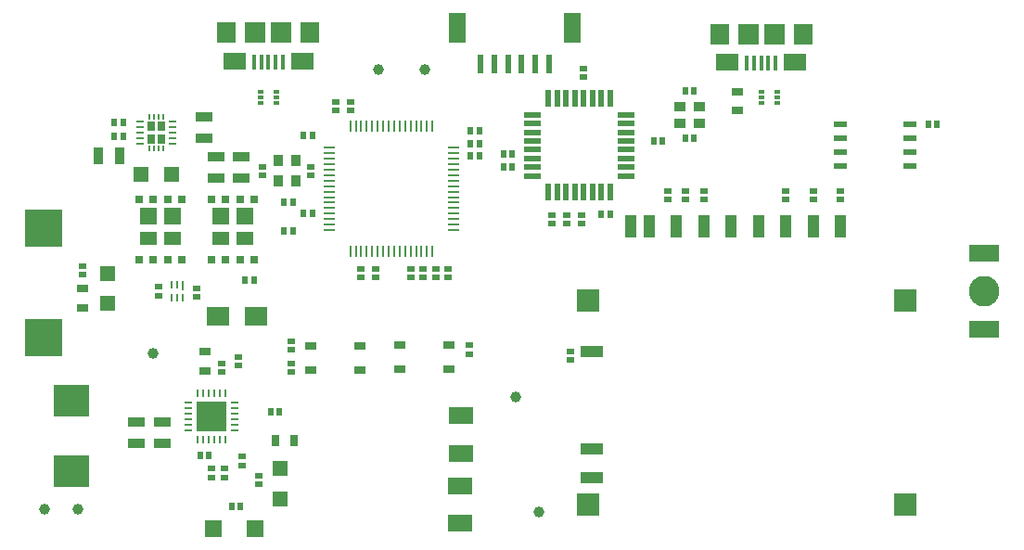
<source format=gbr>
G04 #@! TF.FileFunction,Paste,Top*
%FSLAX46Y46*%
G04 Gerber Fmt 4.6, Leading zero omitted, Abs format (unit mm)*
G04 Created by KiCad (PCBNEW 4.0.7) date 05/21/18 17:19:51*
%MOMM*%
%LPD*%
G01*
G04 APERTURE LIST*
%ADD10C,0.100000*%
%ADD11R,1.100000X2.000000*%
%ADD12R,2.000000X1.000000*%
%ADD13R,2.000000X2.000000*%
%ADD14R,0.575000X0.650000*%
%ADD15R,0.150000X0.600000*%
%ADD16O,0.800000X0.230000*%
%ADD17R,0.230000X0.230000*%
%ADD18R,0.650000X0.900000*%
%ADD19R,0.230000X0.600000*%
%ADD20R,3.500000X3.500000*%
%ADD21R,1.524000X1.524000*%
%ADD22C,2.790000*%
%ADD23R,2.790000X1.600000*%
%ADD24R,1.360000X1.400000*%
%ADD25R,0.650000X0.575000*%
%ADD26R,1.400000X1.360000*%
%ADD27R,1.500000X0.970000*%
%ADD28R,0.970000X1.500000*%
%ADD29R,2.100580X1.699260*%
%ADD30R,0.670000X1.000000*%
%ADD31R,1.897380X1.897380*%
%ADD32R,1.899920X1.897380*%
%ADD33R,1.795780X1.897380*%
%ADD34R,2.095500X1.597660*%
%ADD35R,0.398780X1.346200*%
%ADD36R,0.700000X0.800000*%
%ADD37R,1.550000X1.600000*%
%ADD38R,1.550000X1.200000*%
%ADD39R,1.000000X0.670000*%
%ADD40R,1.050000X0.750000*%
%ADD41R,1.000000X0.250000*%
%ADD42R,0.250000X1.000000*%
%ADD43R,0.280000X0.850000*%
%ADD44R,0.280000X0.750000*%
%ADD45R,0.700000X0.260000*%
%ADD46R,0.260000X0.700000*%
%ADD47R,2.700000X2.700000*%
%ADD48R,1.143000X0.508000*%
%ADD49R,0.500000X0.300000*%
%ADD50R,0.900000X1.000000*%
%ADD51R,1.000000X0.900000*%
%ADD52R,0.600000X1.700000*%
%ADD53R,1.500000X2.700000*%
%ADD54R,1.550000X2.700000*%
%ADD55C,1.000000*%
%ADD56R,2.200000X1.600000*%
%ADD57R,3.250000X3.000000*%
%ADD58R,1.600000X0.550000*%
%ADD59R,0.550000X1.600000*%
G04 APERTURE END LIST*
D10*
D11*
X172229000Y-79792000D03*
X169729000Y-79792000D03*
X167229000Y-79792000D03*
X164729000Y-79792000D03*
X162229000Y-79792000D03*
X159729000Y-79792000D03*
X157304000Y-79792000D03*
X155604000Y-79792000D03*
X174729000Y-79792000D03*
D12*
X152054000Y-91192000D03*
X152054000Y-100142000D03*
X152054000Y-102742000D03*
D13*
X151654000Y-86542000D03*
X180654000Y-86542000D03*
X151654000Y-105192000D03*
X180654000Y-105192000D03*
D14*
X157702100Y-72009000D03*
X158477100Y-72009000D03*
D15*
X112868000Y-69822000D03*
X111668000Y-69822000D03*
X112868000Y-72672000D03*
X111668000Y-72672000D03*
D16*
X113743000Y-72247000D03*
X113743000Y-71747000D03*
D17*
X114028000Y-71247000D03*
D16*
X113743000Y-70747000D03*
D17*
X114028000Y-70247000D03*
D16*
X110793000Y-70247000D03*
X110793000Y-70747000D03*
D17*
X110508000Y-71247000D03*
X110508000Y-71747000D03*
X110508000Y-72247000D03*
D15*
X112468000Y-72672000D03*
X112068000Y-72672000D03*
X112468000Y-69822000D03*
X112068000Y-69822000D03*
D17*
X114028000Y-72247000D03*
X114028000Y-71747000D03*
D16*
X113743000Y-71247000D03*
D17*
X114028000Y-70747000D03*
D16*
X113743000Y-70247000D03*
D17*
X110508000Y-70247000D03*
X110508000Y-70747000D03*
D16*
X110793000Y-71247000D03*
X110793000Y-71747000D03*
X110793000Y-72247000D03*
D18*
X112703000Y-71807000D03*
X111833000Y-70687000D03*
X112703000Y-70687000D03*
X111833000Y-71807000D03*
D19*
X112868000Y-72672000D03*
X112468000Y-72672000D03*
X112068000Y-72672000D03*
X111668000Y-72672000D03*
X112868000Y-69822000D03*
X112468000Y-69822000D03*
X112068000Y-69822000D03*
X111668000Y-69822000D03*
D20*
X101981000Y-80000000D03*
X101981000Y-90000000D03*
D21*
X117475000Y-107391200D03*
X121285000Y-107391200D03*
D22*
X187849000Y-85725000D03*
D23*
X187849000Y-82225000D03*
X187849000Y-89225000D03*
D14*
X161338555Y-71786293D03*
X160563555Y-71786293D03*
X160563555Y-67462400D03*
X161338555Y-67462400D03*
D24*
X113648000Y-75057000D03*
X110888000Y-75057000D03*
D25*
X128651000Y-68446500D03*
X128651000Y-69221500D03*
X129971800Y-68446500D03*
X129971800Y-69221500D03*
D14*
X125723500Y-71501000D03*
X126498500Y-71501000D03*
X141738500Y-72263000D03*
X140963500Y-72263000D03*
D26*
X107823000Y-86851000D03*
X107823000Y-84091000D03*
D25*
X137769600Y-84461500D03*
X137769600Y-83686500D03*
X105537000Y-84207500D03*
X105537000Y-83432500D03*
X132295900Y-84461500D03*
X132295900Y-83686500D03*
X130975100Y-84461500D03*
X130975100Y-83686500D03*
D26*
X123600000Y-101920000D03*
X123600000Y-104680000D03*
D14*
X123945500Y-77597000D03*
X124720500Y-77597000D03*
X125723500Y-78638400D03*
X126498500Y-78638400D03*
D25*
X138912600Y-84461500D03*
X138912600Y-83686500D03*
D14*
X141738500Y-71120000D03*
X140963500Y-71120000D03*
X140963500Y-73406000D03*
X141738500Y-73406000D03*
D25*
X121970800Y-75139700D03*
X121970800Y-74364700D03*
X136601200Y-83686500D03*
X136601200Y-84461500D03*
X124565154Y-91055642D03*
X124565154Y-90280642D03*
X126365000Y-74364700D03*
X126365000Y-75139700D03*
D14*
X117037000Y-100711000D03*
X116262000Y-100711000D03*
D25*
X118491000Y-101936400D03*
X118491000Y-102711400D03*
D27*
X112854512Y-97695874D03*
X112854512Y-99605874D03*
X110441512Y-97695874D03*
X110441512Y-99605874D03*
D28*
X106995000Y-73406000D03*
X108905000Y-73406000D03*
D14*
X109226500Y-71628000D03*
X108451500Y-71628000D03*
D27*
X120015000Y-75377000D03*
X120015000Y-73467000D03*
X117729000Y-75377000D03*
X117729000Y-73467000D03*
D14*
X182746500Y-70485000D03*
X183521500Y-70485000D03*
D29*
X117929660Y-87985600D03*
X121389140Y-87985600D03*
D30*
X123125000Y-99400000D03*
X124875000Y-99400000D03*
D31*
X123698880Y-62147800D03*
D32*
X121301120Y-62147800D03*
D33*
X118700160Y-62147800D03*
D34*
X125598800Y-64697960D03*
D35*
X123797940Y-64824960D03*
X123147700Y-64824960D03*
X122500000Y-64824960D03*
X121852300Y-64824960D03*
X121202060Y-64824960D03*
D34*
X119401200Y-64697960D03*
D33*
X126299840Y-62147800D03*
D31*
X168698880Y-62247800D03*
D32*
X166301120Y-62247800D03*
D33*
X163700160Y-62247800D03*
D34*
X170598800Y-64797960D03*
D35*
X168797940Y-64924960D03*
X168147700Y-64924960D03*
X167500000Y-64924960D03*
X166852300Y-64924960D03*
X166202060Y-64924960D03*
D34*
X164401200Y-64797960D03*
D33*
X171299840Y-62247800D03*
D27*
X116636800Y-69834800D03*
X116636800Y-71744800D03*
D36*
X117342071Y-82872779D03*
X118612071Y-82872779D03*
X119892071Y-82872779D03*
X121162071Y-82872779D03*
X121162071Y-77372779D03*
X119892071Y-77372779D03*
X118612071Y-77372779D03*
X117342071Y-77372779D03*
D37*
X118162071Y-78872779D03*
X120342071Y-78872779D03*
D38*
X118162071Y-80872779D03*
X120342071Y-80872779D03*
D36*
X110738071Y-82872779D03*
X112008071Y-82872779D03*
X113288071Y-82872779D03*
X114558071Y-82872779D03*
X114558071Y-77372779D03*
X113288071Y-77372779D03*
X112008071Y-77372779D03*
X110738071Y-77372779D03*
D37*
X111558071Y-78872779D03*
X113738071Y-78872779D03*
D38*
X111558071Y-80872779D03*
X113738071Y-80872779D03*
D14*
X123945500Y-80264000D03*
X124720500Y-80264000D03*
X153681580Y-78668880D03*
X152906580Y-78668880D03*
X143955620Y-74411840D03*
X144730620Y-74411840D03*
X144730620Y-73162160D03*
X143955620Y-73162160D03*
D25*
X151066500Y-79572000D03*
X151066500Y-78797000D03*
X169722800Y-77336800D03*
X169722800Y-76561800D03*
X162229800Y-77349500D03*
X162229800Y-76574500D03*
X160591500Y-77349500D03*
X160591500Y-76574500D03*
X158940500Y-77349500D03*
X158940500Y-76574500D03*
X174726600Y-77336800D03*
X174726600Y-76561800D03*
X172237400Y-77336800D03*
X172237400Y-76561800D03*
X150053040Y-91189660D03*
X150053040Y-91964660D03*
X118237000Y-92347900D03*
X118237000Y-93122900D03*
X121666000Y-102599340D03*
X121666000Y-103374340D03*
D39*
X105537000Y-87235000D03*
X105537000Y-85485000D03*
D25*
X115950071Y-86233279D03*
X115950071Y-85458279D03*
X148399500Y-79572000D03*
X148399500Y-78797000D03*
X149733000Y-79572000D03*
X149733000Y-78797000D03*
D14*
X120388571Y-84702779D03*
X121163571Y-84702779D03*
D25*
X151282400Y-65373100D03*
X151282400Y-66148100D03*
D39*
X116713000Y-92975400D03*
X116713000Y-91225400D03*
D25*
X124565154Y-92312642D03*
X124565154Y-93087642D03*
X140817600Y-90671500D03*
X140817600Y-91446500D03*
X112521071Y-86112779D03*
X112521071Y-85337779D03*
X117348000Y-101936400D03*
X117348000Y-102711400D03*
D14*
X119144900Y-105333800D03*
X119919900Y-105333800D03*
D25*
X135483600Y-83686500D03*
X135483600Y-84461500D03*
D14*
X108451500Y-70358000D03*
X109226500Y-70358000D03*
D40*
X130879154Y-92886142D03*
X130879154Y-90736142D03*
X126379154Y-92886142D03*
X126379154Y-90736142D03*
X134503600Y-90669800D03*
X134503600Y-92819800D03*
X139003600Y-90669800D03*
X139003600Y-92819800D03*
D41*
X128031000Y-72640500D03*
X128031000Y-73140500D03*
X128031000Y-73640500D03*
X128031000Y-74140500D03*
X128031000Y-74640500D03*
X128031000Y-75140500D03*
X128031000Y-75640500D03*
X128031000Y-76140500D03*
X128031000Y-76640500D03*
X128031000Y-77140500D03*
X128031000Y-77640500D03*
X128031000Y-78140500D03*
X128031000Y-78640500D03*
X128031000Y-79140500D03*
X128031000Y-79640500D03*
X128031000Y-80140500D03*
D42*
X129981000Y-82090500D03*
X130481000Y-82090500D03*
X130981000Y-82090500D03*
X131481000Y-82090500D03*
X131981000Y-82090500D03*
X132481000Y-82090500D03*
X132981000Y-82090500D03*
X133481000Y-82090500D03*
X133981000Y-82090500D03*
X134481000Y-82090500D03*
X134981000Y-82090500D03*
X135481000Y-82090500D03*
X135981000Y-82090500D03*
X136481000Y-82090500D03*
X136981000Y-82090500D03*
X137481000Y-82090500D03*
D41*
X139431000Y-80140500D03*
X139431000Y-79640500D03*
X139431000Y-79140500D03*
X139431000Y-78640500D03*
X139431000Y-78140500D03*
X139431000Y-77640500D03*
X139431000Y-77140500D03*
X139431000Y-76640500D03*
X139431000Y-76140500D03*
X139431000Y-75640500D03*
X139431000Y-75140500D03*
X139431000Y-74640500D03*
X139431000Y-74140500D03*
X139431000Y-73640500D03*
X139431000Y-73140500D03*
X139431000Y-72640500D03*
D42*
X137481000Y-70690500D03*
X136981000Y-70690500D03*
X136481000Y-70690500D03*
X135981000Y-70690500D03*
X135481000Y-70690500D03*
X134981000Y-70690500D03*
X134481000Y-70690500D03*
X133981000Y-70690500D03*
X133481000Y-70690500D03*
X132981000Y-70690500D03*
X132481000Y-70690500D03*
X131981000Y-70690500D03*
X131481000Y-70690500D03*
X130981000Y-70690500D03*
X130481000Y-70690500D03*
X129981000Y-70690500D03*
D43*
X114672071Y-85193779D03*
D44*
X114172071Y-85143779D03*
X113672071Y-85143779D03*
X113672071Y-86293779D03*
X114172071Y-86293779D03*
X114672071Y-86293779D03*
D45*
X119389000Y-98410400D03*
X119389000Y-97910400D03*
X119389000Y-97410400D03*
X119389000Y-96910400D03*
X119389000Y-96410400D03*
X119389000Y-95910400D03*
D46*
X118539000Y-95060400D03*
X118039000Y-95060400D03*
X117539000Y-95060400D03*
X117039000Y-95060400D03*
X116539000Y-95060400D03*
X116039000Y-95060400D03*
D45*
X115189000Y-95910400D03*
X115189000Y-96410400D03*
X115189000Y-96910400D03*
X115189000Y-97410400D03*
X115189000Y-97910400D03*
X115189000Y-98410400D03*
D46*
X116039000Y-99260400D03*
X116539000Y-99260400D03*
X117039000Y-99260400D03*
X117539000Y-99260400D03*
X118039000Y-99260400D03*
X118539000Y-99260400D03*
D47*
X117289000Y-97160400D03*
D48*
X181102000Y-70485000D03*
X181102000Y-71755000D03*
X181102000Y-73025000D03*
X181102000Y-74295000D03*
X174752000Y-74295000D03*
X174752000Y-73025000D03*
X174752000Y-71755000D03*
X174752000Y-70485000D03*
D49*
X168975000Y-68500000D03*
X168975000Y-67500000D03*
X167525000Y-68000000D03*
X168975000Y-68000000D03*
X167525000Y-67500000D03*
X167525000Y-68500000D03*
X123225000Y-68500000D03*
X123225000Y-67500000D03*
X121775000Y-68000000D03*
X123225000Y-68000000D03*
X121775000Y-67500000D03*
X121775000Y-68500000D03*
D50*
X123431000Y-73827200D03*
X123431000Y-75677200D03*
X124981000Y-73827200D03*
X124981000Y-75677200D03*
D51*
X160026055Y-70402293D03*
X161876055Y-70402293D03*
X160026055Y-68852293D03*
X161876055Y-68852293D03*
D52*
X144375000Y-65024000D03*
X145625000Y-65024000D03*
X146875000Y-65024000D03*
X148125000Y-65024000D03*
X143125000Y-65024000D03*
X141875000Y-65024000D03*
D53*
X139775000Y-61674000D03*
D54*
X150225000Y-61674000D03*
D39*
X165354000Y-69251800D03*
X165354000Y-67501800D03*
D55*
X112014000Y-91440000D03*
X102108000Y-105664000D03*
X105156000Y-105664000D03*
X145051780Y-95361760D03*
X136779000Y-65532000D03*
X132588000Y-65532000D03*
X147218400Y-105867200D03*
D56*
X140100000Y-100515000D03*
X140100000Y-97085000D03*
X140000000Y-103500000D03*
X140000000Y-106930000D03*
D57*
X104521000Y-102183000D03*
X104521000Y-95683000D03*
D58*
X155130500Y-75209000D03*
X155130500Y-74409000D03*
X155130500Y-73609000D03*
X155130500Y-72809000D03*
X155130500Y-72009000D03*
X155130500Y-71209000D03*
X155130500Y-70409000D03*
X155130500Y-69609000D03*
D59*
X153680500Y-68159000D03*
X152880500Y-68159000D03*
X152080500Y-68159000D03*
X151280500Y-68159000D03*
X150480500Y-68159000D03*
X149680500Y-68159000D03*
X148880500Y-68159000D03*
X148080500Y-68159000D03*
D58*
X146630500Y-69609000D03*
X146630500Y-70409000D03*
X146630500Y-71209000D03*
X146630500Y-72009000D03*
X146630500Y-72809000D03*
X146630500Y-73609000D03*
X146630500Y-74409000D03*
X146630500Y-75209000D03*
D59*
X148080500Y-76659000D03*
X148880500Y-76659000D03*
X149680500Y-76659000D03*
X150480500Y-76659000D03*
X151280500Y-76659000D03*
X152080500Y-76659000D03*
X152880500Y-76659000D03*
X153680500Y-76659000D03*
D25*
X120142000Y-101606500D03*
X120142000Y-100831500D03*
D14*
X123514000Y-96774000D03*
X122739000Y-96774000D03*
D25*
X119761000Y-92487900D03*
X119761000Y-91712900D03*
M02*

</source>
